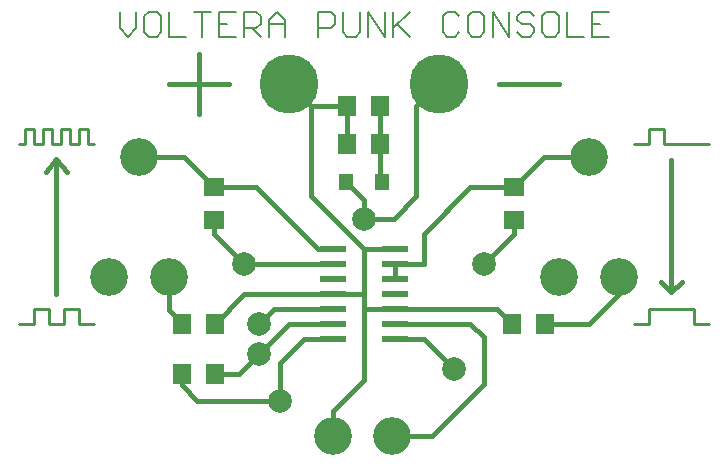
<source format=gtl>
G75*
%MOIN*%
%OFA0B0*%
%FSLAX25Y25*%
%IPPOS*%
%LPD*%
%AMOC8*
5,1,8,0,0,1.08239X$1,22.5*
%
%ADD10C,0.00700*%
%ADD11R,0.08661X0.02362*%
%ADD12C,0.12598*%
%ADD13R,0.04724X0.05512*%
%ADD14C,0.19685*%
%ADD15R,0.07087X0.06299*%
%ADD16R,0.06299X0.07087*%
%ADD17C,0.01600*%
%ADD18C,0.07874*%
%ADD19C,0.01000*%
D10*
X0037854Y0158407D02*
X0040623Y0161176D01*
X0040623Y0166714D01*
X0043372Y0165330D02*
X0043372Y0159792D01*
X0044756Y0158407D01*
X0047525Y0158407D01*
X0048910Y0159792D01*
X0048910Y0165330D01*
X0047525Y0166714D01*
X0044756Y0166714D01*
X0043372Y0165330D01*
X0035085Y0166714D02*
X0035085Y0161176D01*
X0037854Y0158407D01*
X0051659Y0158407D02*
X0057197Y0158407D01*
X0062715Y0158407D02*
X0062715Y0166714D01*
X0059946Y0166714D02*
X0065484Y0166714D01*
X0068233Y0166714D02*
X0068233Y0158407D01*
X0073771Y0158407D01*
X0076520Y0158407D02*
X0076520Y0166714D01*
X0080674Y0166714D01*
X0082058Y0165330D01*
X0082058Y0162561D01*
X0080674Y0161176D01*
X0076520Y0161176D01*
X0079289Y0161176D02*
X0082058Y0158407D01*
X0084807Y0158407D02*
X0084807Y0163945D01*
X0087576Y0166714D01*
X0090345Y0163945D01*
X0090345Y0158407D01*
X0090345Y0162561D02*
X0084807Y0162561D01*
X0073771Y0166714D02*
X0068233Y0166714D01*
X0068233Y0162561D02*
X0071002Y0162561D01*
X0051659Y0166714D02*
X0051659Y0158407D01*
X0101381Y0158407D02*
X0101381Y0166714D01*
X0105535Y0166714D01*
X0106919Y0165330D01*
X0106919Y0162561D01*
X0105535Y0161176D01*
X0101381Y0161176D01*
X0109668Y0159792D02*
X0111053Y0158407D01*
X0113822Y0158407D01*
X0115207Y0159792D01*
X0115207Y0166714D01*
X0117956Y0166714D02*
X0123494Y0158407D01*
X0123494Y0166714D01*
X0126243Y0166714D02*
X0126243Y0158407D01*
X0126243Y0161176D02*
X0131781Y0166714D01*
X0127627Y0162561D02*
X0131781Y0158407D01*
X0142817Y0159792D02*
X0144201Y0158407D01*
X0146970Y0158407D01*
X0148355Y0159792D01*
X0151104Y0159792D02*
X0152488Y0158407D01*
X0155257Y0158407D01*
X0156642Y0159792D01*
X0156642Y0165330D01*
X0155257Y0166714D01*
X0152488Y0166714D01*
X0151104Y0165330D01*
X0151104Y0159792D01*
X0148355Y0165330D02*
X0146970Y0166714D01*
X0144201Y0166714D01*
X0142817Y0165330D01*
X0142817Y0159792D01*
X0159391Y0158407D02*
X0159391Y0166714D01*
X0164929Y0158407D01*
X0164929Y0166714D01*
X0167678Y0165330D02*
X0167678Y0163945D01*
X0169063Y0162561D01*
X0171832Y0162561D01*
X0173216Y0161176D01*
X0173216Y0159792D01*
X0171832Y0158407D01*
X0169063Y0158407D01*
X0167678Y0159792D01*
X0167678Y0165330D02*
X0169063Y0166714D01*
X0171832Y0166714D01*
X0173216Y0165330D01*
X0175965Y0165330D02*
X0175965Y0159792D01*
X0177350Y0158407D01*
X0180119Y0158407D01*
X0181503Y0159792D01*
X0181503Y0165330D01*
X0180119Y0166714D01*
X0177350Y0166714D01*
X0175965Y0165330D01*
X0184252Y0166714D02*
X0184252Y0158407D01*
X0189790Y0158407D01*
X0192539Y0158407D02*
X0198077Y0158407D01*
X0195308Y0162561D02*
X0192539Y0162561D01*
X0192539Y0166714D02*
X0192539Y0158407D01*
X0192539Y0166714D02*
X0198077Y0166714D01*
X0117956Y0166714D02*
X0117956Y0158407D01*
X0109668Y0159792D02*
X0109668Y0166714D01*
D11*
X0106264Y0087707D03*
X0106264Y0082707D03*
X0106264Y0077707D03*
X0106264Y0072707D03*
X0106264Y0067707D03*
X0106264Y0062707D03*
X0106264Y0057707D03*
X0126736Y0057707D03*
X0126736Y0062707D03*
X0126736Y0067707D03*
X0126736Y0072707D03*
X0126736Y0077707D03*
X0126736Y0082707D03*
X0126736Y0087707D03*
D12*
X0181500Y0078258D03*
X0201500Y0078258D03*
X0191500Y0118258D03*
X0125949Y0025266D03*
X0106264Y0025266D03*
X0051500Y0078258D03*
X0031500Y0078258D03*
X0041500Y0118258D03*
D13*
X0110594Y0109852D03*
X0122406Y0109852D03*
D14*
X0141500Y0142707D03*
X0091500Y0142707D03*
D15*
X0066500Y0108219D03*
X0066500Y0097195D03*
X0166500Y0097195D03*
X0166500Y0108219D03*
D16*
X0122012Y0122707D03*
X0110988Y0122707D03*
X0110988Y0135207D03*
X0122012Y0135207D03*
X0165988Y0062707D03*
X0177012Y0062707D03*
X0067012Y0062707D03*
X0055988Y0062707D03*
X0055870Y0045955D03*
X0066894Y0045955D03*
D17*
X0060988Y0037077D02*
X0055870Y0042195D01*
X0055870Y0045955D01*
X0060988Y0037077D02*
X0088547Y0037077D01*
X0088547Y0049754D01*
X0096500Y0057707D01*
X0106264Y0057707D01*
X0106500Y0057470D01*
X0106264Y0062707D02*
X0091500Y0062707D01*
X0081500Y0052707D01*
X0074748Y0045955D01*
X0066894Y0045955D01*
X0067012Y0062707D02*
X0071500Y0067195D01*
X0071500Y0067707D01*
X0076500Y0072707D01*
X0106264Y0072707D01*
X0116500Y0072707D01*
X0116500Y0087707D01*
X0099000Y0105207D01*
X0099000Y0135207D01*
X0091500Y0142707D01*
X0099000Y0135207D02*
X0110988Y0135207D01*
X0110988Y0122707D01*
X0122012Y0122707D02*
X0122012Y0110246D01*
X0122406Y0109852D01*
X0116500Y0103947D02*
X0116500Y0097707D01*
X0126500Y0097707D01*
X0134000Y0105207D01*
X0134000Y0135207D01*
X0141500Y0142707D01*
X0122012Y0135207D02*
X0122012Y0122707D01*
X0110594Y0109852D02*
X0116500Y0103947D01*
X0136500Y0092707D02*
X0136500Y0082707D01*
X0126736Y0082707D01*
X0126736Y0077707D01*
X0126736Y0082707D02*
X0126500Y0082707D01*
X0126736Y0087707D02*
X0116500Y0087707D01*
X0106500Y0087943D02*
X0106264Y0087707D01*
X0101185Y0087707D01*
X0080673Y0108219D01*
X0066500Y0108219D01*
X0056461Y0118258D01*
X0041500Y0118258D01*
X0061500Y0132707D02*
X0061500Y0152707D01*
X0071500Y0142707D02*
X0051500Y0142707D01*
X0017500Y0113207D02*
X0014000Y0117707D01*
X0010500Y0113207D01*
X0014000Y0117707D02*
X0014000Y0072707D01*
X0051500Y0067195D02*
X0051500Y0078258D01*
X0051500Y0067195D02*
X0055988Y0062707D01*
X0081500Y0062707D02*
X0086500Y0067707D01*
X0106264Y0067707D01*
X0116500Y0067707D02*
X0116500Y0043770D01*
X0106264Y0033533D01*
X0106264Y0025266D01*
X0125949Y0025266D02*
X0139059Y0025266D01*
X0156500Y0042707D01*
X0156500Y0058219D01*
X0152012Y0062707D01*
X0126736Y0062707D01*
X0126736Y0067707D02*
X0160988Y0067707D01*
X0165988Y0062707D01*
X0177012Y0062707D02*
X0191500Y0062707D01*
X0201500Y0072707D01*
X0201500Y0078258D01*
X0215500Y0076707D02*
X0219000Y0073207D01*
X0222500Y0076707D01*
X0219000Y0073207D02*
X0219000Y0117207D01*
X0191500Y0118258D02*
X0176539Y0118258D01*
X0166500Y0108219D01*
X0152012Y0108219D01*
X0136500Y0092707D01*
X0156500Y0082707D02*
X0166500Y0092707D01*
X0166500Y0097195D01*
X0126736Y0067707D02*
X0116500Y0067707D01*
X0116500Y0072707D01*
X0106264Y0082707D02*
X0076500Y0082707D01*
X0066500Y0092707D01*
X0066500Y0097195D01*
X0076500Y0082707D02*
X0080988Y0082707D01*
X0126736Y0057707D02*
X0136500Y0057707D01*
X0146500Y0047707D01*
X0161500Y0142707D02*
X0181500Y0142707D01*
D18*
X0116500Y0097707D03*
X0156500Y0082707D03*
X0146500Y0047707D03*
X0088547Y0037077D03*
X0081500Y0052707D03*
X0081500Y0062707D03*
X0076500Y0082707D03*
D19*
X0026500Y0062707D02*
X0021500Y0062707D01*
X0021500Y0067707D01*
X0016500Y0067707D01*
X0016500Y0062707D01*
X0011500Y0062707D01*
X0011500Y0067707D01*
X0006500Y0067707D01*
X0006500Y0062707D01*
X0001500Y0062707D01*
X0001500Y0122707D02*
X0003500Y0122707D01*
X0003500Y0127707D01*
X0006500Y0127707D01*
X0006500Y0122707D01*
X0009500Y0122707D01*
X0009500Y0127707D01*
X0012500Y0127707D01*
X0012500Y0122707D01*
X0015500Y0122707D01*
X0015500Y0127707D01*
X0018500Y0127707D01*
X0018500Y0122707D01*
X0021500Y0122707D01*
X0021500Y0127707D01*
X0024500Y0127707D01*
X0024500Y0122707D01*
X0026500Y0122707D01*
X0206500Y0122707D02*
X0211500Y0122707D01*
X0211500Y0127707D01*
X0216500Y0127707D01*
X0216500Y0122707D01*
X0231500Y0122707D01*
X0226500Y0067707D02*
X0211500Y0067707D01*
X0211500Y0062707D01*
X0206500Y0062707D01*
X0226500Y0062707D02*
X0231500Y0062707D01*
X0226500Y0062707D02*
X0226500Y0067707D01*
M02*

</source>
